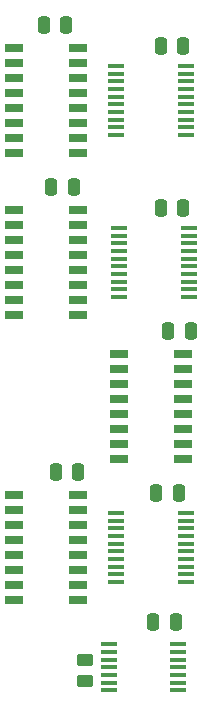
<source format=gtp>
%TF.GenerationSoftware,KiCad,Pcbnew,8.0.7*%
%TF.CreationDate,2025-04-21T20:06:42+02:00*%
%TF.ProjectId,GPIO Address Decode,4750494f-2041-4646-9472-657373204465,rev?*%
%TF.SameCoordinates,PX6d01460PY32de760*%
%TF.FileFunction,Paste,Top*%
%TF.FilePolarity,Positive*%
%FSLAX46Y46*%
G04 Gerber Fmt 4.6, Leading zero omitted, Abs format (unit mm)*
G04 Created by KiCad (PCBNEW 8.0.7) date 2025-04-21 20:06:42*
%MOMM*%
%LPD*%
G01*
G04 APERTURE LIST*
G04 Aperture macros list*
%AMRoundRect*
0 Rectangle with rounded corners*
0 $1 Rounding radius*
0 $2 $3 $4 $5 $6 $7 $8 $9 X,Y pos of 4 corners*
0 Add a 4 corners polygon primitive as box body*
4,1,4,$2,$3,$4,$5,$6,$7,$8,$9,$2,$3,0*
0 Add four circle primitives for the rounded corners*
1,1,$1+$1,$2,$3*
1,1,$1+$1,$4,$5*
1,1,$1+$1,$6,$7*
1,1,$1+$1,$8,$9*
0 Add four rect primitives between the rounded corners*
20,1,$1+$1,$2,$3,$4,$5,0*
20,1,$1+$1,$4,$5,$6,$7,0*
20,1,$1+$1,$6,$7,$8,$9,0*
20,1,$1+$1,$8,$9,$2,$3,0*%
G04 Aperture macros list end*
%ADD10RoundRect,0.250000X0.450000X-0.262500X0.450000X0.262500X-0.450000X0.262500X-0.450000X-0.262500X0*%
%ADD11R,1.475000X0.450000*%
%ADD12RoundRect,0.250000X0.250000X0.475000X-0.250000X0.475000X-0.250000X-0.475000X0.250000X-0.475000X0*%
%ADD13R,1.550000X0.650000*%
G04 APERTURE END LIST*
D10*
%TO.C,R1*%
X10912000Y-49379500D03*
X10912000Y-51204500D03*
%TD*%
D11*
%TO.C,IC1*%
X18813000Y-48088000D03*
X18813000Y-48738000D03*
X18813000Y-49388000D03*
X18813000Y-50038000D03*
X18813000Y-50688000D03*
X18813000Y-51338000D03*
X18813000Y-51988000D03*
X12937000Y-51988000D03*
X12937000Y-51338000D03*
X12937000Y-50688000D03*
X12937000Y-50038000D03*
X12937000Y-49388000D03*
X12937000Y-48738000D03*
X12937000Y-48088000D03*
%TD*%
D12*
%TO.C,C5*%
X17957000Y-21590000D03*
X19857000Y-21590000D03*
%TD*%
D11*
%TO.C,IC3*%
X19448000Y893000D03*
X19448000Y243000D03*
X19448000Y-407000D03*
X19448000Y-1057000D03*
X19448000Y-1707000D03*
X19448000Y-2357000D03*
X19448000Y-3007000D03*
X19448000Y-3657000D03*
X19448000Y-4307000D03*
X19448000Y-4957000D03*
X13572000Y-4957000D03*
X13572000Y-4307000D03*
X13572000Y-3657000D03*
X13572000Y-3007000D03*
X13572000Y-2357000D03*
X13572000Y-1707000D03*
X13572000Y-1057000D03*
X13572000Y-407000D03*
X13572000Y243000D03*
X13572000Y893000D03*
%TD*%
D12*
%TO.C,C8*%
X7416000Y4318000D03*
X9316000Y4318000D03*
%TD*%
%TO.C,C6*%
X8051000Y-9398000D03*
X9951000Y-9398000D03*
%TD*%
%TO.C,C4*%
X16941000Y-35306000D03*
X18841000Y-35306000D03*
%TD*%
D13*
%TO.C,IC2*%
X10345000Y2413000D03*
X10345000Y1143000D03*
X10345000Y-127000D03*
X10345000Y-1397000D03*
X10345000Y-2667000D03*
X10345000Y-3937000D03*
X10345000Y-5207000D03*
X10345000Y-6477000D03*
X4895000Y-6477000D03*
X4895000Y-5207000D03*
X4895000Y-3937000D03*
X4895000Y-2667000D03*
X4895000Y-1397000D03*
X4895000Y-127000D03*
X4895000Y1143000D03*
X4895000Y2413000D03*
%TD*%
D12*
%TO.C,C2*%
X17322000Y2540000D03*
X19222000Y2540000D03*
%TD*%
D13*
%TO.C,IC8*%
X10345000Y-11303000D03*
X10345000Y-12573000D03*
X10345000Y-13843000D03*
X10345000Y-15113000D03*
X10345000Y-16383000D03*
X10345000Y-17653000D03*
X10345000Y-18923000D03*
X10345000Y-20193000D03*
X4895000Y-20193000D03*
X4895000Y-18923000D03*
X4895000Y-17653000D03*
X4895000Y-16383000D03*
X4895000Y-15113000D03*
X4895000Y-13843000D03*
X4895000Y-12573000D03*
X4895000Y-11303000D03*
%TD*%
D12*
%TO.C,C1*%
X8432000Y-33528000D03*
X10332000Y-33528000D03*
%TD*%
%TO.C,C7*%
X17322000Y-11176000D03*
X19222000Y-11176000D03*
%TD*%
D13*
%TO.C,IC6*%
X10345000Y-35433000D03*
X10345000Y-36703000D03*
X10345000Y-37973000D03*
X10345000Y-39243000D03*
X10345000Y-40513000D03*
X10345000Y-41783000D03*
X10345000Y-43053000D03*
X10345000Y-44323000D03*
X4895000Y-44323000D03*
X4895000Y-43053000D03*
X4895000Y-41783000D03*
X4895000Y-40513000D03*
X4895000Y-39243000D03*
X4895000Y-37973000D03*
X4895000Y-36703000D03*
X4895000Y-35433000D03*
%TD*%
D11*
%TO.C,IC9*%
X19702000Y-12823000D03*
X19702000Y-13473000D03*
X19702000Y-14123000D03*
X19702000Y-14773000D03*
X19702000Y-15423000D03*
X19702000Y-16073000D03*
X19702000Y-16723000D03*
X19702000Y-17373000D03*
X19702000Y-18023000D03*
X19702000Y-18673000D03*
X13826000Y-18673000D03*
X13826000Y-18023000D03*
X13826000Y-17373000D03*
X13826000Y-16723000D03*
X13826000Y-16073000D03*
X13826000Y-15423000D03*
X13826000Y-14773000D03*
X13826000Y-14123000D03*
X13826000Y-13473000D03*
X13826000Y-12823000D03*
%TD*%
D13*
%TO.C,IC4*%
X19235000Y-23495000D03*
X19235000Y-24765000D03*
X19235000Y-26035000D03*
X19235000Y-27305000D03*
X19235000Y-28575000D03*
X19235000Y-29845000D03*
X19235000Y-31115000D03*
X19235000Y-32385000D03*
X13785000Y-32385000D03*
X13785000Y-31115000D03*
X13785000Y-29845000D03*
X13785000Y-28575000D03*
X13785000Y-27305000D03*
X13785000Y-26035000D03*
X13785000Y-24765000D03*
X13785000Y-23495000D03*
%TD*%
D12*
%TO.C,C3*%
X16687000Y-46228000D03*
X18587000Y-46228000D03*
%TD*%
D11*
%TO.C,IC7*%
X19448000Y-36953000D03*
X19448000Y-37603000D03*
X19448000Y-38253000D03*
X19448000Y-38903000D03*
X19448000Y-39553000D03*
X19448000Y-40203000D03*
X19448000Y-40853000D03*
X19448000Y-41503000D03*
X19448000Y-42153000D03*
X19448000Y-42803000D03*
X13572000Y-42803000D03*
X13572000Y-42153000D03*
X13572000Y-41503000D03*
X13572000Y-40853000D03*
X13572000Y-40203000D03*
X13572000Y-39553000D03*
X13572000Y-38903000D03*
X13572000Y-38253000D03*
X13572000Y-37603000D03*
X13572000Y-36953000D03*
%TD*%
M02*

</source>
